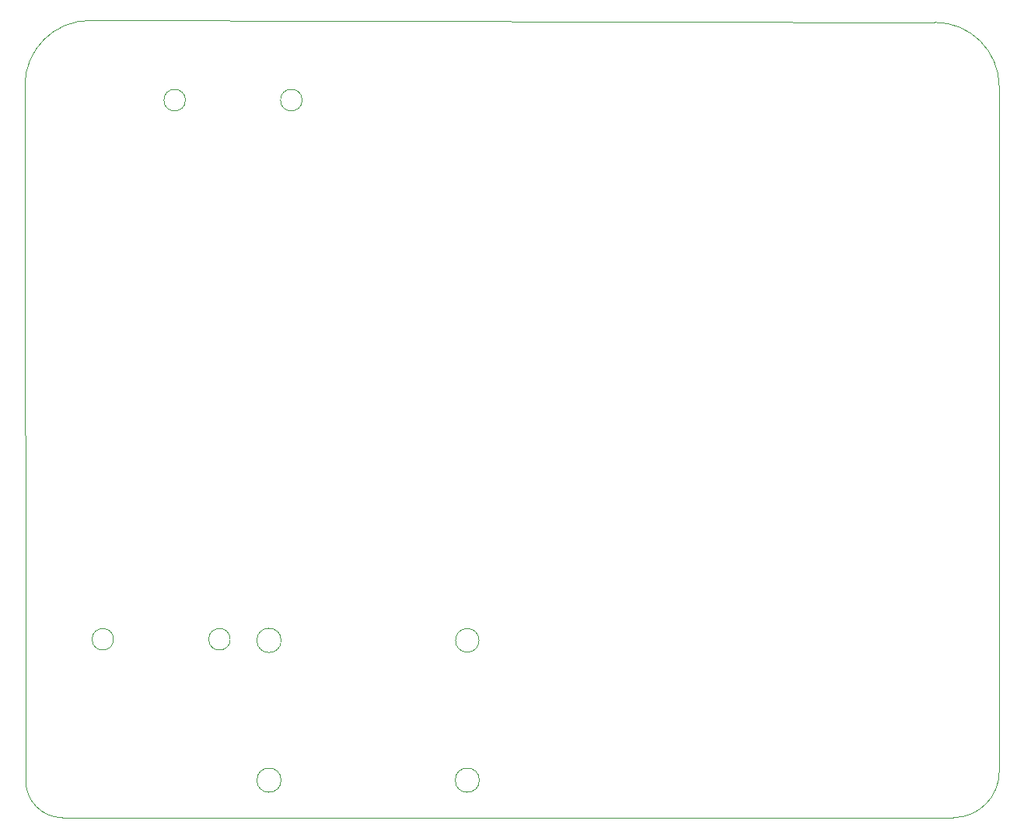
<source format=gbr>
%TF.GenerationSoftware,KiCad,Pcbnew,6.0.9-8da3e8f707~117~ubuntu18.04.1*%
%TF.CreationDate,2023-03-08T09:23:39+05:30*%
%TF.ProjectId,Cansat_V1.2,43616e73-6174-45f5-9631-2e322e6b6963,rev?*%
%TF.SameCoordinates,Original*%
%TF.FileFunction,Profile,NP*%
%FSLAX46Y46*%
G04 Gerber Fmt 4.6, Leading zero omitted, Abs format (unit mm)*
G04 Created by KiCad (PCBNEW 6.0.9-8da3e8f707~117~ubuntu18.04.1) date 2023-03-08 09:23:39*
%MOMM*%
%LPD*%
G01*
G04 APERTURE LIST*
%TA.AperFunction,Profile*%
%ADD10C,0.100000*%
%TD*%
%TA.AperFunction,Profile*%
%ADD11C,0.060000*%
%TD*%
G04 APERTURE END LIST*
D10*
X99800000Y-137900000D02*
G75*
G03*
X103800000Y-141900000I4000000J0D01*
G01*
X205800000Y-136900000D02*
X205800000Y-62200000D01*
X200800000Y-141900000D02*
G75*
G03*
X205800000Y-136900000I0J5000000D01*
G01*
X103800000Y-141900000D02*
X200800000Y-141900000D01*
X198800000Y-55200000D02*
X106800000Y-55000000D01*
X106800000Y-55000000D02*
G75*
G03*
X99700000Y-62100000I0J-7100000D01*
G01*
X99700000Y-62100000D02*
X99800000Y-137900000D01*
X205800000Y-62200000D02*
G75*
G03*
X198800000Y-55200000I-7000000J0D01*
G01*
D11*
%TO.C,U3*%
X149159980Y-122580000D02*
G75*
G03*
X149159980Y-122580000I-1282505J0D01*
G01*
X127604791Y-137820000D02*
G75*
G03*
X127604791Y-137820000I-1317316J0D01*
G01*
X127609018Y-122580000D02*
G75*
G03*
X127609018Y-122580000I-1321543J0D01*
G01*
X149194679Y-137820000D02*
G75*
G03*
X149194679Y-137820000I-1317204J0D01*
G01*
%TO.C,U1*%
X129891866Y-63683949D02*
G75*
G03*
X129891866Y-63683949I-1177917J0D01*
G01*
X117187941Y-63683949D02*
G75*
G03*
X117187941Y-63683949I-1173992J0D01*
G01*
%TO.C,U2*%
X122062732Y-122460000D02*
G75*
G03*
X122062732Y-122460000I-1172732J0D01*
G01*
X109358418Y-122460000D02*
G75*
G03*
X109358418Y-122460000I-1168418J0D01*
G01*
%TD*%
M02*

</source>
